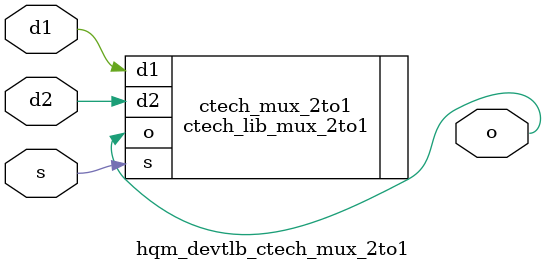
<source format=sv>

module hqm_devtlb_ctech_clk_gate_te (
    input  logic    en,
    input  logic    te,
    input  logic    clk,
    output logic    clkout
);

ctech_lib_clk_gate_te ctech_clk_gate_te (.en, .te, .clk, .clkout);

endmodule : hqm_devtlb_ctech_clk_gate_te

module hqm_devtlb_ctech_clk_gate_te_rstb (
    input  logic    en,
    input  logic    te,
    input  logic    rstb,
    input  logic    clk,
    output logic    clkout
);

ctech_lib_clk_gate_te_rstb ctech_clk_gate_te_rstb (.en, .te, .rstb, .clk, .clkout);

endmodule : hqm_devtlb_ctech_clk_gate_te_rstb

module hqm_devtlb_ctech_mux_2to1 (
    input  logic    d1,
    input  logic    d2,
    input  logic    s,
    output logic    o
);

ctech_lib_mux_2to1 ctech_mux_2to1 (.d1, .d2, .s, .o);
    
endmodule : hqm_devtlb_ctech_mux_2to1


</source>
